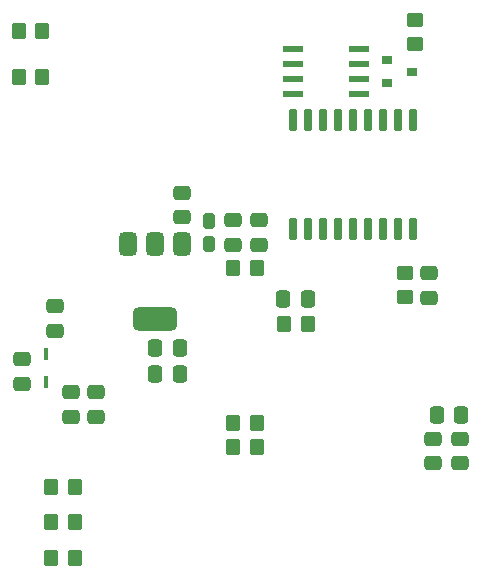
<source format=gbr>
%TF.GenerationSoftware,KiCad,Pcbnew,8.0.4*%
%TF.CreationDate,2024-09-22T00:56:15-03:00*%
%TF.ProjectId,DongleALIVEv2.0,446f6e67-6c65-4414-9c49-564576322e30,2.0*%
%TF.SameCoordinates,Original*%
%TF.FileFunction,Paste,Bot*%
%TF.FilePolarity,Positive*%
%FSLAX46Y46*%
G04 Gerber Fmt 4.6, Leading zero omitted, Abs format (unit mm)*
G04 Created by KiCad (PCBNEW 8.0.4) date 2024-09-22 00:56:15*
%MOMM*%
%LPD*%
G01*
G04 APERTURE LIST*
G04 Aperture macros list*
%AMRoundRect*
0 Rectangle with rounded corners*
0 $1 Rounding radius*
0 $2 $3 $4 $5 $6 $7 $8 $9 X,Y pos of 4 corners*
0 Add a 4 corners polygon primitive as box body*
4,1,4,$2,$3,$4,$5,$6,$7,$8,$9,$2,$3,0*
0 Add four circle primitives for the rounded corners*
1,1,$1+$1,$2,$3*
1,1,$1+$1,$4,$5*
1,1,$1+$1,$6,$7*
1,1,$1+$1,$8,$9*
0 Add four rect primitives between the rounded corners*
20,1,$1+$1,$2,$3,$4,$5,0*
20,1,$1+$1,$4,$5,$6,$7,0*
20,1,$1+$1,$6,$7,$8,$9,0*
20,1,$1+$1,$8,$9,$2,$3,0*%
G04 Aperture macros list end*
%ADD10RoundRect,0.250000X0.475000X-0.337500X0.475000X0.337500X-0.475000X0.337500X-0.475000X-0.337500X0*%
%ADD11RoundRect,0.250000X0.350000X0.450000X-0.350000X0.450000X-0.350000X-0.450000X0.350000X-0.450000X0*%
%ADD12RoundRect,0.250000X-0.475000X0.337500X-0.475000X-0.337500X0.475000X-0.337500X0.475000X0.337500X0*%
%ADD13RoundRect,0.250000X0.337500X0.475000X-0.337500X0.475000X-0.337500X-0.475000X0.337500X-0.475000X0*%
%ADD14RoundRect,0.250000X-0.337500X-0.475000X0.337500X-0.475000X0.337500X0.475000X-0.337500X0.475000X0*%
%ADD15R,0.460000X1.040000*%
%ADD16RoundRect,0.075000X-0.225000X0.880000X-0.225000X-0.880000X0.225000X-0.880000X0.225000X0.880000X0*%
%ADD17RoundRect,0.250000X0.275000X-0.400000X0.275000X0.400000X-0.275000X0.400000X-0.275000X-0.400000X0*%
%ADD18R,1.750000X0.600000*%
%ADD19RoundRect,0.375000X-0.375000X0.625000X-0.375000X-0.625000X0.375000X-0.625000X0.375000X0.625000X0*%
%ADD20RoundRect,0.500000X-1.400000X0.500000X-1.400000X-0.500000X1.400000X-0.500000X1.400000X0.500000X0*%
%ADD21RoundRect,0.250000X-0.450000X0.350000X-0.450000X-0.350000X0.450000X-0.350000X0.450000X0.350000X0*%
%ADD22R,0.900000X0.800000*%
%ADD23RoundRect,0.250000X-0.350000X-0.450000X0.350000X-0.450000X0.350000X0.450000X-0.350000X0.450000X0*%
G04 APERTURE END LIST*
D10*
%TO.C,C12*%
X172730000Y-94465000D03*
X172730000Y-92390000D03*
%TD*%
D11*
%TO.C,R10*%
X160880000Y-82590000D03*
X158880000Y-82590000D03*
%TD*%
D12*
%TO.C,C20*%
X165450000Y-109290000D03*
X165450000Y-111365000D03*
%TD*%
D13*
%TO.C,C3*%
X183387500Y-101410000D03*
X181312500Y-101410000D03*
%TD*%
D11*
%TO.C,R9*%
X160880000Y-78690000D03*
X158880000Y-78690000D03*
%TD*%
D10*
%TO.C,C15*%
X177030000Y-96787500D03*
X177030000Y-94712500D03*
%TD*%
D14*
%TO.C,C14*%
X170452500Y-105530000D03*
X172527500Y-105530000D03*
%TD*%
D10*
%TO.C,C23*%
X159180000Y-108547500D03*
X159180000Y-106472500D03*
%TD*%
D11*
%TO.C,R14*%
X163650000Y-117300000D03*
X161650000Y-117300000D03*
%TD*%
D10*
%TO.C,C2*%
X193970000Y-115287500D03*
X193970000Y-113212500D03*
%TD*%
D15*
%TO.C,D7*%
X161170000Y-106050000D03*
X161170000Y-108430000D03*
%TD*%
D14*
%TO.C,C4*%
X194272500Y-111240000D03*
X196347500Y-111240000D03*
%TD*%
D10*
%TO.C,C17*%
X179250000Y-96787500D03*
X179250000Y-94712500D03*
%TD*%
D11*
%TO.C,R4*%
X179050000Y-111850000D03*
X177050000Y-111850000D03*
%TD*%
D16*
%TO.C,U5*%
X182150000Y-86220000D03*
X183420000Y-86220000D03*
X184690000Y-86220000D03*
X185960000Y-86220000D03*
X187230000Y-86220000D03*
X188500000Y-86220000D03*
X189770000Y-86220000D03*
X191040000Y-86220000D03*
X192310000Y-86220000D03*
X192310000Y-95440000D03*
X191040000Y-95440000D03*
X189770000Y-95440000D03*
X188500000Y-95440000D03*
X187230000Y-95440000D03*
X185960000Y-95440000D03*
X184690000Y-95440000D03*
X183420000Y-95440000D03*
X182150000Y-95440000D03*
%TD*%
D14*
%TO.C,C13*%
X170452500Y-107700000D03*
X172527500Y-107700000D03*
%TD*%
D11*
%TO.C,R5*%
X163650000Y-120300000D03*
X161650000Y-120300000D03*
%TD*%
D17*
%TO.C,C16*%
X175020000Y-96745000D03*
X175020000Y-94795000D03*
%TD*%
D10*
%TO.C,C1*%
X196230000Y-115305000D03*
X196230000Y-113230000D03*
%TD*%
D12*
%TO.C,C21*%
X163290000Y-109290000D03*
X163290000Y-111365000D03*
%TD*%
D18*
%TO.C,U4*%
X182150000Y-84000000D03*
X182150000Y-82730000D03*
X182150000Y-81460000D03*
X182150000Y-80190000D03*
X187750000Y-80190000D03*
X187750000Y-81460000D03*
X187750000Y-82730000D03*
X187750000Y-84000000D03*
%TD*%
D10*
%TO.C,C5*%
X193660000Y-101277500D03*
X193660000Y-99202500D03*
%TD*%
D19*
%TO.C,U3*%
X168127500Y-96760000D03*
X170427500Y-96760000D03*
D20*
X170427500Y-103060000D03*
D19*
X172727500Y-96760000D03*
%TD*%
D21*
%TO.C,R16*%
X192420000Y-77795000D03*
X192420000Y-79795000D03*
%TD*%
D22*
%TO.C,D6*%
X190080000Y-83075000D03*
X190080000Y-81175000D03*
X192180000Y-82125000D03*
%TD*%
D21*
%TO.C,R2*%
X191590000Y-99200000D03*
X191590000Y-101200000D03*
%TD*%
D10*
%TO.C,C22*%
X161940000Y-104065000D03*
X161940000Y-101990000D03*
%TD*%
D11*
%TO.C,R6*%
X163650000Y-123300000D03*
X161650000Y-123300000D03*
%TD*%
D23*
%TO.C,R1*%
X181350000Y-103470000D03*
X183350000Y-103470000D03*
%TD*%
D11*
%TO.C,R3*%
X179050000Y-113910000D03*
X177050000Y-113910000D03*
%TD*%
D23*
%TO.C,R15*%
X177030000Y-98720000D03*
X179030000Y-98720000D03*
%TD*%
M02*

</source>
